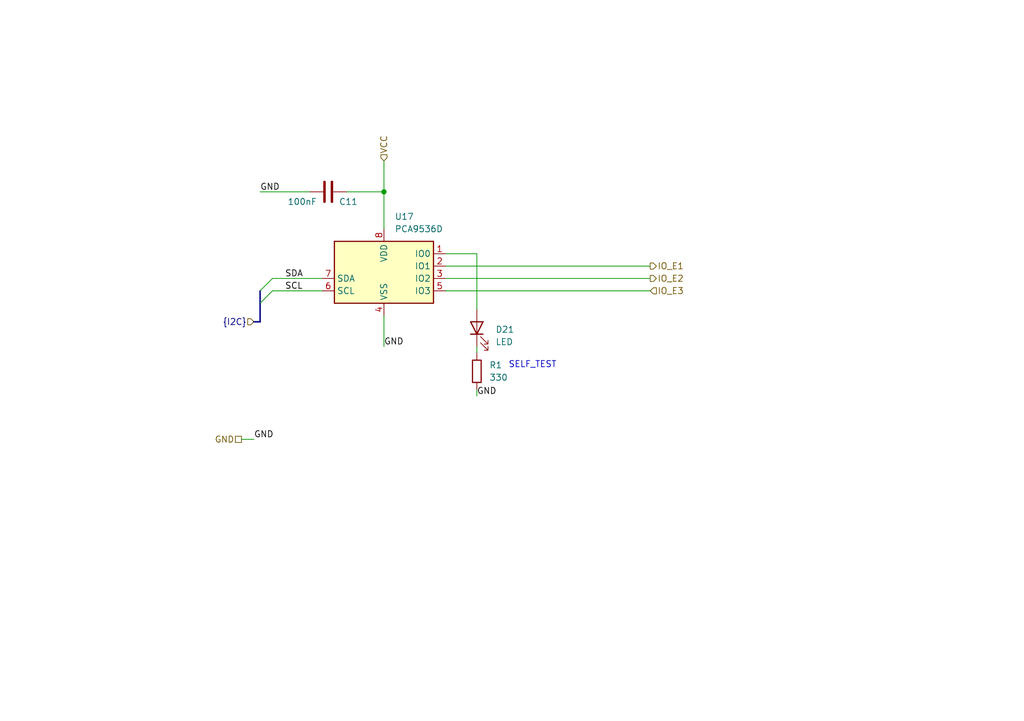
<source format=kicad_sch>
(kicad_sch (version 20231120) (generator "eeschema") (generator_version "8.0")
  (paper "A5")
  (title_block (title "IO Extender") (date "2024-04-17") (rev "1.0"))
  (lib_symbols
    (symbol "Device:C" (pin_numbers hide) (pin_names (offset 0.254))
      (property "Reference" "C" (at 0.635 2.54 0))
      (property "Value" "C" (at 0.635 -2.54 0))
      (symbol "C_0_1"
        (polyline (pts (xy -2.032 -0.762) (xy 2.032 -0.762)) (stroke (width 0.508)))
        (polyline (pts (xy -2.032 0.762) (xy 2.032 0.762)) (stroke (width 0.508)))
      )
      (symbol "C_1_1"
        (pin passive line (at 0 3.81 270) (length 2.794) (name "~") (number "1"))
        (pin passive line (at 0 -3.81 90) (length 2.794) (name "~") (number "2"))
      )
    )
    (symbol "Device:LED" (pin_numbers hide) (pin_names (offset 1.016) hide)
      (property "Reference" "D" (at 0 2.54 0))
      (property "Value" "LED" (at 0 -2.54 0))
      (symbol "LED_0_1"
        (polyline (pts (xy -1.27 -1.27) (xy -1.27 1.27)) (stroke (width 0.254)))
        (polyline (pts (xy -1.27 0) (xy 1.27 0)))
        (polyline (pts (xy 1.27 -1.27) (xy 1.27 1.27) (xy -1.27 0) (xy 1.27 -1.27)) (stroke (width 0.254)))
        (polyline (pts (xy -3.048 -0.762) (xy -4.572 -2.286) (xy -3.81 -2.286) (xy -4.572 -2.286) (xy -4.572 -1.524)))
        (polyline (pts (xy -1.778 -0.762) (xy -3.302 -2.286) (xy -2.54 -2.286) (xy -3.302 -2.286) (xy -3.302 -1.524)))
      )
      (symbol "LED_1_1"
        (pin passive line (at -3.81 0 0) (length 2.54) (name "K") (number "1"))
        (pin passive line (at 3.81 0 180) (length 2.54) (name "A") (number "2"))
      )
    )
    (symbol "Interface_Expansion:PCA9536D"
      (property "Reference" "U" (at -8.89 6.35 0))
      (property "Value" "PCA9536D" (at 6.35 6.35 0))
      (symbol "PCA9536D_0_1"
        (rectangle (start -10.16 5.08) (end 10.16 -7.62) (stroke (width 0.254)) (fill (type background)))
      )
      (symbol "PCA9536D_1_1"
        (pin bidirectional line (at 12.7 2.54 180) (length 2.54) (name "IO0") (number "1"))
        (pin bidirectional line (at 12.7 0 180) (length 2.54) (name "IO1") (number "2"))
        (pin bidirectional line (at 12.7 -2.54 180) (length 2.54) (name "IO2") (number "3"))
        (pin power_in line (at 0 -10.16 90) (length 2.54) (name "VSS") (number "4"))
        (pin bidirectional line (at 12.7 -5.08 180) (length 2.54) (name "IO3") (number "5"))
        (pin input line (at -12.7 -5.08 0) (length 2.54) (name "SCL") (number "6"))
        (pin bidirectional line (at -12.7 -2.54 0) (length 2.54) (name "SDA") (number "7"))
        (pin power_in line (at 0 7.62 270) (length 2.54) (name "VDD") (number "8"))
      )
    )
    (symbol "PCM_SL_Devices:Resistor_0.5W"
      (property "Reference" "R" (at 0 5.08 0))
      (property "Value" "Resistor_0.5W" (at 0 2.54 0))
      (symbol "Resistor_0.5W_0_1"
        (rectangle (start -2.286 0.889) (end 2.286 -0.889) (stroke (width 0.24)))
      )
      (symbol "Resistor_0.5W_1_1"
        (pin passive line (at -3.81 0 0) (length 1.5) (name "") (number "1"))
        (pin passive line (at 3.81 0 180) (length 1.5) (name "~") (number "2"))
      )
    )
  )
  (junction (at 78.74 39.37))
  (bus_entry (at 55.88 59.69) (size -2.54 2.54))
  (bus_entry (at 55.88 57.15) (size -2.54 2.54))
  (wire (pts (xy 91.44 59.69) (xy 133.35 59.69)))
  (wire (pts (xy 91.44 57.15) (xy 133.35 57.15)))
  (wire (pts (xy 78.74 64.77) (xy 78.74 71.12)))
  (wire (pts (xy 97.79 80.01) (xy 97.79 81.28)))
  (wire (pts (xy 91.44 52.07) (xy 97.79 52.07)))
  (bus (pts (xy 52.07 66.04) (xy 53.34 66.04)))
  (wire (pts (xy 78.74 39.37) (xy 71.12 39.37)))
  (wire (pts (xy 91.44 54.61) (xy 133.35 54.61)))
  (wire (pts (xy 97.79 52.07) (xy 97.79 63.5)))
  (wire (pts (xy 78.74 33.02) (xy 78.74 39.37)))
  (wire (pts (xy 49.53 90.17) (xy 52.07 90.17)))
  (bus (pts (xy 53.34 66.04) (xy 53.34 62.23)))
  (wire (pts (xy 97.79 71.12) (xy 97.79 72.39)))
  (wire (pts (xy 55.88 59.69) (xy 66.04 59.69)))
  (bus (pts (xy 53.34 62.23) (xy 53.34 59.69)))
  (wire (pts (xy 78.74 46.99) (xy 78.74 39.37)))
  (wire (pts (xy 53.34 39.37) (xy 63.5 39.37)))
  (wire (pts (xy 55.88 57.15) (xy 66.04 57.15)))
  (text "SELF_TEST" (at 109.22 74.93 0) (effects (font (size 1.27 1.27))))
  (label "GND" (at 97.79 81.28 0))
  (label "GND" (at 52.07 90.17 0))
  (label "SDA" (at 58.42 57.15 0))
  (label "GND" (at 53.34 39.37 0))
  (label "GND" (at 78.74 71.12 0))
  (label "SCL" (at 58.42 59.69 0))
  (hierarchical_label "{I2C}" (shape input) (at 52.07 66.04 180))
  (hierarchical_label "IO_E2" (shape output) (at 133.35 57.15 0))
  (hierarchical_label "IO_E3" (shape input) (at 133.35 59.69 0))
  (hierarchical_label "VCC" (shape input) (at 78.74 33.02 90))
  (hierarchical_label "IO_E1" (shape output) (at 133.35 54.61 0))
  (hierarchical_label "GND" (shape passive) (at 49.53 90.17 180))
  (symbol (lib_id "Interface_Expansion:PCA9536D") (at 78.74 54.61 0) (unit 1)
    (property "Reference" "U17" (at 80.9341 44.45 0) (effects (justify left)))
    (property "Value" "PCA9536D" (at 80.9341 46.99 0) (effects (justify left)))
    (property "Footprint" "Package_SO:SOIC-8_3.9x4.9mm_P1.27mm" (effects (hide yes)))
    (property "Datasheet" "http://www.nxp.com/docs/en/data-sheet/PCA9536.pdf" (effects (hide yes)))
    (property "Description" "4-bit I2C-bus and SMBus IO port, SOIC-8" (effects (hide yes)))
  )
  (symbol (lib_id "PCM_SL_Devices:Resistor_0.5W") (at 97.79 76.2 270) (unit 1)
    (property "Reference" "R1" (at 100.33 74.9299 90) (effects (justify left)))
    (property "Value" "330" (at 100.33 77.4699 90) (effects (justify left)))
    (property "Footprint" "Resistor_SMD:R_0603_1608Metric" (effects (hide yes)))
  )
  (symbol (lib_id "Device:LED") (at 97.79 67.31 90) (unit 1)
    (property "Reference" "D21" (at 101.6 67.6274 90) (effects (justify right)))
    (property "Value" "LED" (at 101.6 70.1674 90) (effects (justify right)))
    (property "Footprint" "LED_SMD:LED_0603_1608Metric" (effects (hide yes)))
  )
  (symbol (lib_id "Device:C") (at 67.31 39.37 90) (unit 1)
    (property "Reference" "C11" (at 73.406 41.402 90) (effects (justify left)))
    (property "Value" "100nF" (at 65.024 41.402 90) (effects (justify left)))
    (property "Footprint" "Capacitor_SMD:C_0603_1608Metric" (effects (hide yes)))
  )
)
</source>
